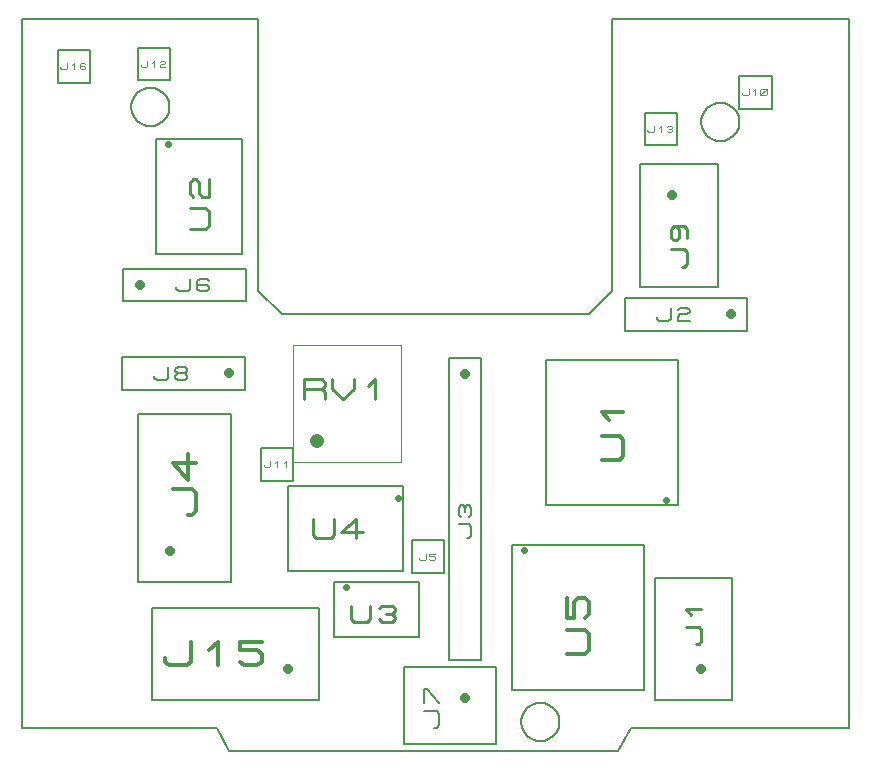
<source format=gbr>
G04 PROTEUS GERBER X2 FILE*
%TF.GenerationSoftware,Labcenter,Proteus,8.12-SP2-Build31155*%
%TF.CreationDate,2024-12-03T23:36:33+00:00*%
%TF.FileFunction,AssemblyDrawing,Top*%
%TF.FilePolarity,Positive*%
%TF.Part,Single*%
%TF.SameCoordinates,{80aaee04-2193-4ab7-8769-78595995fdec}*%
%FSLAX45Y45*%
%MOMM*%
G01*
%TA.AperFunction,Profile*%
%ADD71C,0.203200*%
%TA.AperFunction,Material*%
%ADD25C,0.203200*%
%ADD47C,0.812800*%
%ADD48C,0.177800*%
%ADD49C,0.330200*%
%ADD50C,0.220130*%
%ADD51C,0.211660*%
%ADD52C,0.571500*%
%ADD53C,0.300520*%
%ADD54C,0.268350*%
%ADD55C,0.234520*%
%ADD56C,0.050800*%
%ADD57C,1.143000*%
%ADD58C,0.269070*%
%ADD59C,0.084660*%
%TD.AperFunction*%
D71*
X+0Y+0D02*
X+1650000Y+0D01*
X+7000000Y+0D02*
X+7000000Y+6000000D01*
X+5000000Y+6000000D01*
X+5000000Y+3700000D01*
X+4800000Y+3500000D01*
X+2200000Y+3500000D01*
X+2000000Y+3700000D02*
X+2000000Y+6000000D01*
X+0Y+6000000D01*
X+0Y+0D01*
X+2000000Y+3700000D02*
X+2200000Y+3500000D01*
X+5160000Y+0D02*
X+7000000Y+0D01*
X+1750000Y-200000D02*
X+5050000Y-200000D01*
X+1650000Y+0D02*
X+1750000Y-200000D01*
X+5160000Y+0D02*
X+5050000Y-200000D01*
X+4550045Y+50000D02*
X+4549508Y+63142D01*
X+4545144Y+89427D01*
X+4536029Y+115712D01*
X+4521182Y+141997D01*
X+4498470Y+168118D01*
X+4472185Y+187898D01*
X+4445900Y+200658D01*
X+4419615Y+208108D01*
X+4393330Y+210987D01*
X+4389000Y+211045D01*
X+4227955Y+50000D02*
X+4228492Y+63142D01*
X+4232856Y+89427D01*
X+4241971Y+115712D01*
X+4256818Y+141997D01*
X+4279530Y+168118D01*
X+4305815Y+187898D01*
X+4332100Y+200658D01*
X+4358385Y+208108D01*
X+4384670Y+210987D01*
X+4389000Y+211045D01*
X+4227955Y+50000D02*
X+4228492Y+36858D01*
X+4232856Y+10573D01*
X+4241971Y-15712D01*
X+4256818Y-41997D01*
X+4279530Y-68118D01*
X+4305815Y-87898D01*
X+4332100Y-100658D01*
X+4358385Y-108108D01*
X+4384670Y-110987D01*
X+4389000Y-111045D01*
X+4550045Y+50000D02*
X+4549508Y+36858D01*
X+4545144Y+10573D01*
X+4536029Y-15712D01*
X+4521182Y-41997D01*
X+4498470Y-68118D01*
X+4472185Y-87898D01*
X+4445900Y-100658D01*
X+4419615Y-108108D01*
X+4393330Y-110987D01*
X+4389000Y-111045D01*
X+6074045Y+5130000D02*
X+6073508Y+5143142D01*
X+6069144Y+5169427D01*
X+6060029Y+5195712D01*
X+6045182Y+5221997D01*
X+6022470Y+5248118D01*
X+5996185Y+5267898D01*
X+5969900Y+5280658D01*
X+5943615Y+5288108D01*
X+5917330Y+5290987D01*
X+5913000Y+5291045D01*
X+5751955Y+5130000D02*
X+5752492Y+5143142D01*
X+5756856Y+5169427D01*
X+5765971Y+5195712D01*
X+5780818Y+5221997D01*
X+5803530Y+5248118D01*
X+5829815Y+5267898D01*
X+5856100Y+5280658D01*
X+5882385Y+5288108D01*
X+5908670Y+5290987D01*
X+5913000Y+5291045D01*
X+5751955Y+5130000D02*
X+5752492Y+5116858D01*
X+5756856Y+5090573D01*
X+5765971Y+5064288D01*
X+5780818Y+5038003D01*
X+5803530Y+5011882D01*
X+5829815Y+4992102D01*
X+5856100Y+4979342D01*
X+5882385Y+4971892D01*
X+5908670Y+4969013D01*
X+5913000Y+4968955D01*
X+6074045Y+5130000D02*
X+6073508Y+5116858D01*
X+6069144Y+5090573D01*
X+6060029Y+5064288D01*
X+6045182Y+5038003D01*
X+6022470Y+5011882D01*
X+5996185Y+4992102D01*
X+5969900Y+4979342D01*
X+5943615Y+4971892D01*
X+5917330Y+4969013D01*
X+5913000Y+4968955D01*
X+1248045Y+5257000D02*
X+1247508Y+5270142D01*
X+1243144Y+5296427D01*
X+1234029Y+5322712D01*
X+1219182Y+5348997D01*
X+1196470Y+5375118D01*
X+1170185Y+5394898D01*
X+1143900Y+5407658D01*
X+1117615Y+5415108D01*
X+1091330Y+5417987D01*
X+1087000Y+5418045D01*
X+925955Y+5257000D02*
X+926492Y+5270142D01*
X+930856Y+5296427D01*
X+939971Y+5322712D01*
X+954818Y+5348997D01*
X+977530Y+5375118D01*
X+1003815Y+5394898D01*
X+1030100Y+5407658D01*
X+1056385Y+5415108D01*
X+1082670Y+5417987D01*
X+1087000Y+5418045D01*
X+925955Y+5257000D02*
X+926492Y+5243858D01*
X+930856Y+5217573D01*
X+939971Y+5191288D01*
X+954818Y+5165003D01*
X+977530Y+5138882D01*
X+1003815Y+5119102D01*
X+1030100Y+5106342D01*
X+1056385Y+5098892D01*
X+1082670Y+5096013D01*
X+1087000Y+5095955D01*
X+1248045Y+5257000D02*
X+1247508Y+5243858D01*
X+1243144Y+5217573D01*
X+1234029Y+5191288D01*
X+1219182Y+5165003D01*
X+1196470Y+5138882D01*
X+1170185Y+5119102D01*
X+1143900Y+5106342D01*
X+1117615Y+5098892D01*
X+1091330Y+5096013D01*
X+1087000Y+5095955D01*
D25*
X+5104840Y+3362840D02*
X+6141160Y+3362840D01*
X+6141160Y+3637160D01*
X+5104840Y+3637160D01*
X+5104840Y+3362840D01*
D47*
X+6004000Y+3500000D02*
X+6004000Y+3500000D01*
D48*
X+5374080Y+3482220D02*
X+5374080Y+3464440D01*
X+5394082Y+3446660D01*
X+5474092Y+3446660D01*
X+5494095Y+3464440D01*
X+5494095Y+3553340D01*
X+5554102Y+3535560D02*
X+5574105Y+3553340D01*
X+5634112Y+3553340D01*
X+5654115Y+3535560D01*
X+5654115Y+3517780D01*
X+5634112Y+3500000D01*
X+5574105Y+3500000D01*
X+5554102Y+3482220D01*
X+5554102Y+3446660D01*
X+5654115Y+3446660D01*
D25*
X+3612840Y+572840D02*
X+3887160Y+572840D01*
X+3887160Y+3133160D01*
X+3612840Y+3133160D01*
X+3612840Y+572840D01*
D47*
X+3750000Y+2996000D02*
X+3750000Y+2996000D01*
D48*
X+3767780Y+1604080D02*
X+3785560Y+1604080D01*
X+3803340Y+1624082D01*
X+3803340Y+1704092D01*
X+3785560Y+1724095D01*
X+3696660Y+1724095D01*
X+3714440Y+1784102D02*
X+3696660Y+1804105D01*
X+3696660Y+1864112D01*
X+3714440Y+1884115D01*
X+3732220Y+1884115D01*
X+3750000Y+1864112D01*
X+3767780Y+1884115D01*
X+3785560Y+1884115D01*
X+3803340Y+1864112D01*
X+3803340Y+1804105D01*
X+3785560Y+1784102D01*
X+3750000Y+1824107D02*
X+3750000Y+1864112D01*
D25*
X+985840Y+1235840D02*
X+1768160Y+1235840D01*
X+1768160Y+2653160D01*
X+985840Y+2653160D01*
X+985840Y+1235840D01*
D47*
X+1250000Y+1500000D02*
X+1250000Y+1500000D01*
D49*
X+1410020Y+1799720D02*
X+1443040Y+1799720D01*
X+1476060Y+1836867D01*
X+1476060Y+1985457D01*
X+1443040Y+2022605D01*
X+1277940Y+2022605D01*
X+1410020Y+2319785D02*
X+1410020Y+2096900D01*
X+1277940Y+2245490D01*
X+1476060Y+2245490D01*
D25*
X+858840Y+3612840D02*
X+1895160Y+3612840D01*
X+1895160Y+3887160D01*
X+858840Y+3887160D01*
X+858840Y+3612840D01*
D47*
X+996000Y+3750000D02*
X+996000Y+3750000D01*
D48*
X+1305880Y+3732220D02*
X+1305880Y+3714440D01*
X+1325882Y+3696660D01*
X+1405892Y+3696660D01*
X+1425895Y+3714440D01*
X+1425895Y+3803340D01*
X+1585915Y+3785560D02*
X+1565912Y+3803340D01*
X+1505905Y+3803340D01*
X+1485902Y+3785560D01*
X+1485902Y+3714440D01*
X+1505905Y+3696660D01*
X+1565912Y+3696660D01*
X+1585915Y+3714440D01*
X+1585915Y+3732220D01*
X+1565912Y+3750000D01*
X+1485902Y+3750000D01*
D25*
X+850840Y+2862840D02*
X+1887160Y+2862840D01*
X+1887160Y+3137160D01*
X+850840Y+3137160D01*
X+850840Y+2862840D01*
D47*
X+1750000Y+3000000D02*
X+1750000Y+3000000D01*
D48*
X+1120080Y+2982220D02*
X+1120080Y+2964440D01*
X+1140082Y+2946660D01*
X+1220092Y+2946660D01*
X+1240095Y+2964440D01*
X+1240095Y+3053340D01*
X+1320105Y+3000000D02*
X+1300102Y+3017780D01*
X+1300102Y+3035560D01*
X+1320105Y+3053340D01*
X+1380112Y+3053340D01*
X+1400115Y+3035560D01*
X+1400115Y+3017780D01*
X+1380112Y+3000000D01*
X+1320105Y+3000000D01*
X+1300102Y+2982220D01*
X+1300102Y+2964440D01*
X+1320105Y+2946660D01*
X+1380112Y+2946660D01*
X+1400115Y+2964440D01*
X+1400115Y+2982220D01*
X+1380112Y+3000000D01*
D25*
X+5235840Y+3735840D02*
X+5891160Y+3735840D01*
X+5891160Y+4772160D01*
X+5235840Y+4772160D01*
X+5235840Y+3735840D01*
D47*
X+5500000Y+4508000D02*
X+5500000Y+4508000D01*
D50*
X+5585513Y+3903481D02*
X+5607527Y+3903481D01*
X+5629540Y+3928245D01*
X+5629540Y+4027305D01*
X+5607527Y+4052070D01*
X+5497460Y+4052070D01*
X+5541487Y+4250189D02*
X+5563500Y+4225424D01*
X+5563500Y+4151129D01*
X+5541487Y+4126364D01*
X+5519473Y+4126364D01*
X+5497460Y+4151129D01*
X+5497460Y+4225424D01*
X+5519473Y+4250189D01*
X+5607527Y+4250189D01*
X+5629540Y+4225424D01*
X+5629540Y+4151129D01*
D25*
X+3231840Y-141160D02*
X+4014160Y-141160D01*
X+4014160Y+514160D01*
X+3231840Y+514160D01*
X+3231840Y-141160D01*
D47*
X+3750000Y+250000D02*
X+3750000Y+250000D01*
D51*
X+3491767Y-3999D02*
X+3512934Y-3999D01*
X+3534100Y+19813D01*
X+3534100Y+115062D01*
X+3512934Y+138875D01*
X+3407101Y+138875D01*
X+3407101Y+210312D02*
X+3407101Y+329374D01*
X+3428267Y+329374D01*
X+3534100Y+210312D01*
D25*
X+1100840Y+235840D02*
X+2518160Y+235840D01*
X+2518160Y+1018160D01*
X+1100840Y+1018160D01*
X+1100840Y+235840D01*
D47*
X+2254000Y+500000D02*
X+2254000Y+500000D01*
D49*
X+1211330Y+593980D02*
X+1211330Y+560960D01*
X+1248477Y+527940D01*
X+1397067Y+527940D01*
X+1434215Y+560960D01*
X+1434215Y+726060D01*
X+1582805Y+660020D02*
X+1657100Y+726060D01*
X+1657100Y+527940D01*
X+2028575Y+726060D02*
X+1842837Y+726060D01*
X+1842837Y+660020D01*
X+1991427Y+660020D01*
X+2028575Y+627000D01*
X+2028575Y+560960D01*
X+1991427Y+527940D01*
X+1879985Y+527940D01*
X+1842837Y+560960D01*
D25*
X+4441200Y+1885320D02*
X+5558800Y+1885320D01*
X+5558800Y+3114680D01*
X+4441200Y+3114680D01*
X+4441200Y+1885320D01*
D52*
X+5457200Y+1928500D02*
X+5457200Y+1928500D01*
D53*
X+4909843Y+2265406D02*
X+5060105Y+2265406D01*
X+5090158Y+2299214D01*
X+5090158Y+2434450D01*
X+5060105Y+2468259D01*
X+4909843Y+2468259D01*
X+4969948Y+2603494D02*
X+4909843Y+2671112D01*
X+5090158Y+2671112D01*
D25*
X+1138050Y+4012320D02*
X+1861950Y+4012320D01*
X+1861950Y+4987680D01*
X+1138050Y+4987680D01*
X+1138050Y+4012320D01*
D52*
X+1239650Y+4944500D02*
X+1239650Y+4944500D01*
D54*
X+1419495Y+4222608D02*
X+1553670Y+4222608D01*
X+1580505Y+4252797D01*
X+1580505Y+4373554D01*
X+1553670Y+4403744D01*
X+1419495Y+4403744D01*
X+1446330Y+4494312D02*
X+1419495Y+4524501D01*
X+1419495Y+4615069D01*
X+1446330Y+4645259D01*
X+1473165Y+4645259D01*
X+1500000Y+4615069D01*
X+1500000Y+4524501D01*
X+1526835Y+4494312D01*
X+1580505Y+4494312D01*
X+1580505Y+4645259D01*
D25*
X+2638050Y+766320D02*
X+3361950Y+766320D01*
X+3361950Y+1233680D01*
X+2638050Y+1233680D01*
X+2638050Y+766320D01*
D52*
X+2739650Y+1190500D02*
X+2739650Y+1190500D01*
D55*
X+2788927Y+1034480D02*
X+2788927Y+917217D01*
X+2815311Y+893765D01*
X+2920847Y+893765D01*
X+2947231Y+917217D01*
X+2947231Y+1034480D01*
X+3026384Y+1011028D02*
X+3052768Y+1034480D01*
X+3131920Y+1034480D01*
X+3158304Y+1011028D01*
X+3158304Y+987575D01*
X+3131920Y+964123D01*
X+3158304Y+940670D01*
X+3158304Y+917217D01*
X+3131920Y+893765D01*
X+3052768Y+893765D01*
X+3026384Y+917217D01*
X+3079152Y+964123D02*
X+3131920Y+964123D01*
D25*
X+2251970Y+1324550D02*
X+3227330Y+1324550D01*
X+3227330Y+2048450D01*
X+2251970Y+2048450D01*
X+2251970Y+1324550D01*
D52*
X+3184150Y+1946850D02*
X+3184150Y+1946850D01*
D54*
X+2462258Y+1767005D02*
X+2462258Y+1632830D01*
X+2492447Y+1605995D01*
X+2613204Y+1605995D01*
X+2643394Y+1632830D01*
X+2643394Y+1767005D01*
X+2884909Y+1659665D02*
X+2703773Y+1659665D01*
X+2824530Y+1767005D01*
X+2824530Y+1605995D01*
D25*
X+4148400Y+317820D02*
X+5266000Y+317820D01*
X+5266000Y+1547180D01*
X+4148400Y+1547180D01*
X+4148400Y+317820D01*
D52*
X+4250000Y+1504000D02*
X+4250000Y+1504000D01*
D53*
X+4617043Y+626152D02*
X+4767305Y+626152D01*
X+4797358Y+659960D01*
X+4797358Y+795196D01*
X+4767305Y+829005D01*
X+4617043Y+829005D01*
X+4617043Y+1099476D02*
X+4617043Y+930431D01*
X+4677148Y+930431D01*
X+4677148Y+1065667D01*
X+4707200Y+1099476D01*
X+4767305Y+1099476D01*
X+4797358Y+1065667D01*
X+4797358Y+964240D01*
X+4767305Y+930431D01*
D25*
X+5358840Y+235840D02*
X+6014160Y+235840D01*
X+6014160Y+1272160D01*
X+5358840Y+1272160D01*
X+5358840Y+235840D01*
D47*
X+5750000Y+500000D02*
X+5750000Y+500000D01*
D50*
X+5708513Y+708281D02*
X+5730527Y+708281D01*
X+5752540Y+733045D01*
X+5752540Y+832105D01*
X+5730527Y+856870D01*
X+5620460Y+856870D01*
X+5664487Y+955929D02*
X+5620460Y+1005459D01*
X+5752540Y+1005459D01*
D56*
X+2292800Y+2254700D02*
X+3207200Y+2254700D01*
X+3207200Y+3245300D01*
X+2292800Y+3245300D01*
X+2292800Y+2254700D01*
D57*
X+2496000Y+2432500D02*
X+2496000Y+2432500D01*
D58*
X+2386756Y+2788024D02*
X+2386756Y+2949466D01*
X+2538107Y+2949466D01*
X+2568378Y+2922559D01*
X+2568378Y+2895652D01*
X+2538107Y+2868745D01*
X+2386756Y+2868745D01*
X+2538107Y+2868745D02*
X+2568378Y+2841838D01*
X+2568378Y+2788024D01*
X+2628919Y+2949466D02*
X+2628919Y+2868745D01*
X+2719730Y+2788024D01*
X+2810541Y+2868745D01*
X+2810541Y+2949466D01*
X+2931622Y+2895652D02*
X+2992163Y+2949466D01*
X+2992163Y+2788024D01*
D25*
X+3302840Y+1312840D02*
X+3577160Y+1312840D01*
X+3577160Y+1587160D01*
X+3302840Y+1587160D01*
X+3302840Y+1312840D01*
D59*
X+3363801Y+1441533D02*
X+3363801Y+1433066D01*
X+3373325Y+1424600D01*
X+3411425Y+1424600D01*
X+3420950Y+1433066D01*
X+3420950Y+1475399D01*
X+3497149Y+1475399D02*
X+3449524Y+1475399D01*
X+3449524Y+1458466D01*
X+3487624Y+1458466D01*
X+3497149Y+1450000D01*
X+3497149Y+1433066D01*
X+3487624Y+1424600D01*
X+3459049Y+1424600D01*
X+3449524Y+1433066D01*
D25*
X+2022840Y+2092840D02*
X+2297160Y+2092840D01*
X+2297160Y+2367160D01*
X+2022840Y+2367160D01*
X+2022840Y+2092840D01*
D59*
X+2045702Y+2221533D02*
X+2045702Y+2213066D01*
X+2055226Y+2204600D01*
X+2093326Y+2204600D01*
X+2102851Y+2213066D01*
X+2102851Y+2255399D01*
X+2140950Y+2238466D02*
X+2160000Y+2255399D01*
X+2160000Y+2204600D01*
X+2217149Y+2238466D02*
X+2236199Y+2255399D01*
X+2236199Y+2204600D01*
D25*
X+5272840Y+4932840D02*
X+5547160Y+4932840D01*
X+5547160Y+5207160D01*
X+5272840Y+5207160D01*
X+5272840Y+4932840D01*
D59*
X+5295702Y+5061533D02*
X+5295702Y+5053066D01*
X+5305226Y+5044600D01*
X+5343326Y+5044600D01*
X+5352851Y+5053066D01*
X+5352851Y+5095399D01*
X+5390950Y+5078466D02*
X+5410000Y+5095399D01*
X+5410000Y+5044600D01*
X+5457624Y+5086933D02*
X+5467149Y+5095399D01*
X+5495724Y+5095399D01*
X+5505249Y+5086933D01*
X+5505249Y+5078466D01*
X+5495724Y+5070000D01*
X+5505249Y+5061533D01*
X+5505249Y+5053066D01*
X+5495724Y+5044600D01*
X+5467149Y+5044600D01*
X+5457624Y+5053066D01*
X+5476674Y+5070000D02*
X+5495724Y+5070000D01*
D25*
X+6072840Y+5242840D02*
X+6347160Y+5242840D01*
X+6347160Y+5517160D01*
X+6072840Y+5517160D01*
X+6072840Y+5242840D01*
D59*
X+6095702Y+5371533D02*
X+6095702Y+5363066D01*
X+6105226Y+5354600D01*
X+6143326Y+5354600D01*
X+6152851Y+5363066D01*
X+6152851Y+5405399D01*
X+6190950Y+5388466D02*
X+6210000Y+5405399D01*
X+6210000Y+5354600D01*
X+6248100Y+5363066D02*
X+6248100Y+5396933D01*
X+6257624Y+5405399D01*
X+6295724Y+5405399D01*
X+6305249Y+5396933D01*
X+6305249Y+5363066D01*
X+6295724Y+5354600D01*
X+6257624Y+5354600D01*
X+6248100Y+5363066D01*
X+6248100Y+5354600D02*
X+6305249Y+5405399D01*
D25*
X+982840Y+5482840D02*
X+1257160Y+5482840D01*
X+1257160Y+5757160D01*
X+982840Y+5757160D01*
X+982840Y+5482840D01*
D59*
X+1005702Y+5611533D02*
X+1005702Y+5603066D01*
X+1015226Y+5594600D01*
X+1053326Y+5594600D01*
X+1062851Y+5603066D01*
X+1062851Y+5645399D01*
X+1100950Y+5628466D02*
X+1120000Y+5645399D01*
X+1120000Y+5594600D01*
X+1167624Y+5636933D02*
X+1177149Y+5645399D01*
X+1205724Y+5645399D01*
X+1215249Y+5636933D01*
X+1215249Y+5628466D01*
X+1205724Y+5620000D01*
X+1177149Y+5620000D01*
X+1167624Y+5611533D01*
X+1167624Y+5594600D01*
X+1215249Y+5594600D01*
D25*
X+302840Y+5462840D02*
X+577160Y+5462840D01*
X+577160Y+5737160D01*
X+302840Y+5737160D01*
X+302840Y+5462840D01*
D59*
X+325702Y+5591533D02*
X+325702Y+5583066D01*
X+335226Y+5574600D01*
X+373326Y+5574600D01*
X+382851Y+5583066D01*
X+382851Y+5625399D01*
X+420950Y+5608466D02*
X+440000Y+5625399D01*
X+440000Y+5574600D01*
X+535249Y+5616933D02*
X+525724Y+5625399D01*
X+497149Y+5625399D01*
X+487624Y+5616933D01*
X+487624Y+5583066D01*
X+497149Y+5574600D01*
X+525724Y+5574600D01*
X+535249Y+5583066D01*
X+535249Y+5591533D01*
X+525724Y+5600000D01*
X+487624Y+5600000D01*
M02*

</source>
